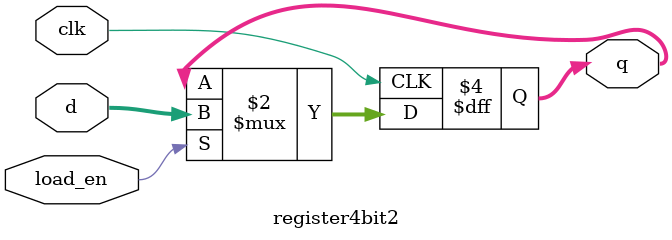
<source format=v>
module register4bit2 (output reg [3:0]q,input [3:0]d ,input clk, input load_en);

always@(posedge clk)
begin
if (load_en)
q<=d;
end
endmodule

</source>
